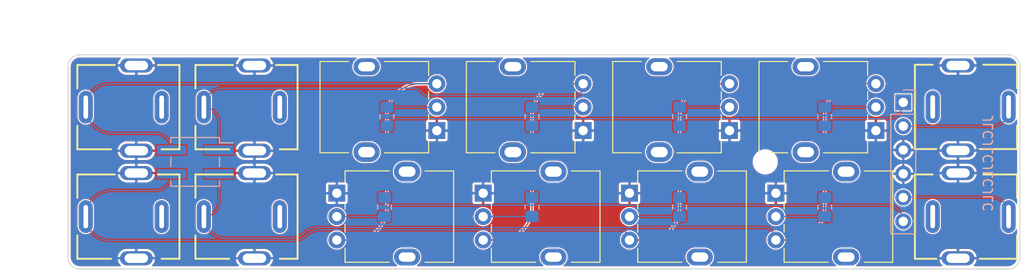
<source format=kicad_pcb>
(kicad_pcb (version 20221018) (generator pcbnew)
  (layers (0 "F.Cu" signal) (31 "B.Cu" signal) (34 "B.Paste" user) (35 "F.Paste" user) (36 "B.SilkS" user "B.Silkscreen") (37 "F.SilkS" user "F.Silkscreen") (38 "B.Mask" user) (39 "F.Mask" user) (44 "Edge.Cuts" user))
  (net 0 "")
  (net 1 "Board_0-Bus A front")
  (net 2 "Board_0-Bus B front")
  (net 3 "Board_0-GND")
  (net 4 "Board_0-In 1")
  (net 5 "Board_0-In 2")
  (net 6 "Board_0-In 3")
  (net 7 "Board_0-In 4")
  (net 8 "Board_0-Net-(R1-Pad1)")
  (net 9 "Board_0-Net-(R2-Pad1)")
  (net 10 "Board_0-Net-(R3-Pad1)")
  (net 11 "Board_0-Net-(R4-Pad1)")
  (net 12 "Board_0-Net-(R5-Pad1)")
  (net 13 "Board_0-Net-(R6-Pad1)")
  (net 14 "Board_0-Net-(R7-Pad1)")
  (net 15 "Board_0-Net-(R8-Pad1)")
  (net 16 "Board_0-Out A front")
  (net 17 "Board_0-Out B front")
  (net 18 "Board_0-unconnected-(J2-PadTN)")
  (net 19 "Board_0-unconnected-(J3-PadTN)")
  (net 20 "Board_0-unconnected-(J4-PadTN)")
  (net 21 "Board_0-unconnected-(J5-PadTN)")
  (net 22 "Board_0-unconnected-(J6-PadTN)")
  (net 23 "Board_0-unconnected-(J7-PadTN)")
  (footprint "MountingHole:MountingHole_2.2mm_M2" (layer "F.Cu") (at 172.122 31.43)
    (fp_text reference "H1" hide)
    (fp_text value "MountingHole" hide)
    (pad "" np_thru_hole circle (at 0 0) (size 2.2 2.2) (drill 2.2) (layers "*.Cu" "*.Mask"))
  )
  (footprint "Pale Slim Ghost:Potentiometer_Alpha_RD901F-40-00D_Single_Vertical" (layer "F.Cu") (at 152.69 28.088 180)
    (fp_text reference "RV3" hide)
    (fp_text value "R_Potentiometer" hide)
    (fp_line (start 0.88 -2.38) (end 5.6 -2.38) (stroke (width 0.12)) (layer "F.SilkS"))
    (fp_line (start 0.88 -1.19) (end 0.88 -2.37) (stroke (width 0.12)) (layer "F.SilkS"))
    (fp_line (start 0.88 1.71) (end 0.88 1.18) (stroke (width 0.12)) (layer "F.SilkS"))
    (fp_line (start 0.88 4.16) (end 0.88 3.33) (stroke (width 0.12)) (layer "F.SilkS"))
    (fp_line (start 0.88 7.37) (end 0.88 5.88) (stroke (width 0.12)) (layer "F.SilkS"))
    (fp_line (start 0.88 7.37) (end 5.6 7.37) (stroke (width 0.12)) (layer "F.SilkS"))
    (fp_line (start 9.41 -2.37) (end 12.47 -2.37) (stroke (width 0.12)) (layer "F.SilkS"))
    (fp_line (start 9.41 7.37) (end 12.47 7.37) (stroke (width 0.12)) (layer "F.SilkS"))
    (fp_line (start 12.47 7.37) (end 12.47 -2.37) (stroke (width 0.12)) (layer "F.SilkS"))
    (pad "" thru_hole oval (at 7.5 -2.3 270) (size 2.1 2.8) (drill oval 1.1 1.8) (layers "*.Cu" "*.Mask"))
    (pad "" thru_hole oval (at 7.5 6.818 270) (size 1.8 2.8) (drill oval 1 1.8) (layers "*.Cu" "*.Mask"))
    (pad "1" thru_hole rect (at 0 0 270) (size 1.8 1.8) (drill 1) (layers "*.Cu" "*.Mask") (net 3 "Board_0-GND"))
    (pad "2" thru_hole circle (at 0 2.5 270) (size 1.8 1.8) (drill 1) (layers "*.Cu" "*.Mask") (net 10 "Board_0-Net-(R3-Pad1)"))
    (pad "3" thru_hole circle (at 0 5 270) (size 1.8 1.8) (drill 1) (layers "*.Cu" "*.Mask") (net 5 "Board_0-In 2"))
  )
  (footprint "Pale Slim Ghost:Jack_3.5mm_QingPu_WQP-PJ301BM_Vertical" (layer "F.Cu") (at 193.296 25.562 -90)
    (fp_text reference "J6" hide)
    (fp_text value "AudioJack2_SwitchT" hide)
    (fp_line (start -4.5 -5.7) (end -4.5 -2.1) (stroke (width 0.2)) (layer "F.SilkS"))
    (fp_line (start -4.5 -5.7) (end -2 -5.7) (stroke (width 0.2)) (layer "F.SilkS"))
    (fp_line (start -4.5 5.2) (end -4.5 3.3) (stroke (width 0.2)) (layer "F.SilkS"))
    (fp_line (start -4.5 5.2) (end 4.5 5.2) (stroke (width 0.2)) (layer "F.SilkS"))
    (fp_line (start 4.5 -5.7) (end 2 -5.7) (stroke (width 0.2)) (layer "F.SilkS"))
    (fp_line (start 4.5 -5.7) (end 4.5 -1.7) (stroke (width 0.2)) (layer "F.SilkS"))
    (fp_line (start 4.5 5.2) (end 4.5 2.9) (stroke (width 0.2)) (layer "F.SilkS"))
    (pad "S" thru_hole oval (at -4.419 0.6) (size 3.5 1.5) (drill oval 2.5 1) (layers "*.Cu" "*.Mask") (net 3 "Board_0-GND"))
    (pad "S" thru_hole oval (at 4.65 0.6) (size 3.5 1.5) (drill oval 2.5 1) (layers "*.Cu" "*.Mask") (net 3 "Board_0-GND"))
    (pad "T" thru_hole oval (at 0 -4.8 270) (size 3.5 1.5) (drill oval 2.5 0.5) (layers "*.Cu" "*.Mask") (net 16 "Board_0-Out A front"))
    (pad "TN" thru_hole oval (at 0 3.3 270) (size 3.5 1.5) (drill oval 2.5 0.5) (layers "*.Cu" "*.Mask") (net 22 "Board_0-unconnected-(J6-PadTN)"))
  )
  (footprint "Pale Slim Ghost:Jack_3.5mm_QingPu_WQP-PJ301BM_Vertical" (layer "F.Cu") (at 104.398 37.272 90)
    (fp_text reference "J4" hide)
    (fp_text value "AudioJack2_SwitchT" hide)
    (fp_line (start -4.5 -5.7) (end -4.5 -2.1) (stroke (width 0.2)) (layer "F.SilkS"))
    (fp_line (start -4.5 -5.7) (end -2 -5.7) (stroke (width 0.2)) (layer "F.SilkS"))
    (fp_line (start -4.5 5.2) (end -4.5 3.3) (stroke (width 0.2)) (layer "F.SilkS"))
    (fp_line (start -4.5 5.2) (end 4.5 5.2) (stroke (width 0.2)) (layer "F.SilkS"))
    (fp_line (start 4.5 -5.7) (end 2 -5.7) (stroke (width 0.2)) (layer "F.SilkS"))
    (fp_line (start 4.5 -5.7) (end 4.5 -1.7) (stroke (width 0.2)) (layer "F.SilkS"))
    (fp_line (start 4.5 5.2) (end 4.5 2.9) (stroke (width 0.2)) (layer "F.SilkS"))
    (pad "S" thru_hole oval (at -4.445 0.6 180) (size 3.5 1.5) (drill oval 2.5 1) (layers "*.Cu" "*.Mask") (net 3 "Board_0-GND"))
    (pad "S" thru_hole oval (at 4.65 0.6 180) (size 3.5 1.5) (drill oval 2.5 1) (layers "*.Cu" "*.Mask") (net 3 "Board_0-GND"))
    (pad "T" thru_hole oval (at 0 -4.8 90) (size 3.5 1.5) (drill oval 2.5 0.5) (layers "*.Cu" "*.Mask") (net 6 "Board_0-In 3"))
    (pad "TN" thru_hole oval (at 0 3.3 90) (size 3.5 1.5) (drill oval 2.5 0.5) (layers "*.Cu" "*.Mask") (net 20 "Board_0-unconnected-(J4-PadTN)"))
  )
  (footprint "Pale Slim Ghost:Potentiometer_Alpha_RD901F-40-00D_Single_Vertical" (layer "F.Cu") (at 142.015 34.772)
    (fp_text reference "RV4" hide)
    (fp_text value "R_Potentiometer" hide)
    (fp_line (start 0.88 -2.38) (end 5.6 -2.38) (stroke (width 0.12)) (layer "F.SilkS"))
    (fp_line (start 0.88 -1.19) (end 0.88 -2.37) (stroke (width 0.12)) (layer "F.SilkS"))
    (fp_line (start 0.88 1.71) (end 0.88 1.18) (stroke (width 0.12)) (layer "F.SilkS"))
    (fp_line (start 0.88 4.16) (end 0.88 3.33) (stroke (width 0.12)) (layer "F.SilkS"))
    (fp_line (start 0.88 7.37) (end 0.88 5.88) (stroke (width 0.12)) (layer "F.SilkS"))
    (fp_line (start 0.88 7.37) (end 5.6 7.37) (stroke (width 0.12)) (layer "F.SilkS"))
    (fp_line (start 9.41 -2.37) (end 12.47 -2.37) (stroke (width 0.12)) (layer "F.SilkS"))
    (fp_line (start 9.41 7.37) (end 12.47 7.37) (stroke (width 0.12)) (layer "F.SilkS"))
    (fp_line (start 12.47 7.37) (end 12.47 -2.37) (stroke (width 0.12)) (layer "F.SilkS"))
    (pad "" thru_hole oval (at 7.5 -2.3 90) (size 2.1 2.8) (drill oval 1.1 1.8) (layers "*.Cu" "*.Mask"))
    (pad "" thru_hole oval (at 7.5 6.818 90) (size 1.8 2.8) (drill oval 1 1.8) (layers "*.Cu" "*.Mask"))
    (pad "1" thru_hole rect (at 0 0 90) (size 1.8 1.8) (drill 1) (layers "*.Cu" "*.Mask") (net 3 "Board_0-GND"))
    (pad "2" thru_hole circle (at 0 2.5 90) (size 1.8 1.8) (drill 1) (layers "*.Cu" "*.Mask") (net 11 "Board_0-Net-(R4-Pad1)"))
    (pad "3" thru_hole circle (at 0 5 90) (size 1.8 1.8) (drill 1) (layers "*.Cu" "*.Mask") (net 5 "Board_0-In 2"))
  )
  (footprint "Pale Slim Ghost:Potentiometer_Alpha_RD901F-40-00D_Single_Vertical" (layer "F.Cu") (at 173.255 34.772)
    (fp_text reference "RV8" hide)
    (fp_text value "R_Potentiometer" hide)
    (fp_line (start 0.88 -2.38) (end 5.6 -2.38) (stroke (width 0.12)) (layer "F.SilkS"))
    (fp_line (start 0.88 -1.19) (end 0.88 -2.37) (stroke (width 0.12)) (layer "F.SilkS"))
    (fp_line (start 0.88 1.71) (end 0.88 1.18) (stroke (width 0.12)) (layer "F.SilkS"))
    (fp_line (start 0.88 4.16) (end 0.88 3.33) (stroke (width 0.12)) (layer "F.SilkS"))
    (fp_line (start 0.88 7.37) (end 0.88 5.88) (stroke (width 0.12)) (layer "F.SilkS"))
    (fp_line (start 0.88 7.37) (end 5.6 7.37) (stroke (width 0.12)) (layer "F.SilkS"))
    (fp_line (start 9.41 -2.37) (end 12.47 -2.37) (stroke (width 0.12)) (layer "F.SilkS"))
    (fp_line (start 9.41 7.37) (end 12.47 7.37) (stroke (width 0.12)) (layer "F.SilkS"))
    (fp_line (start 12.47 7.37) (end 12.47 -2.37) (stroke (width 0.12)) (layer "F.SilkS"))
    (pad "" thru_hole oval (at 7.5 -2.3 90) (size 2.1 2.8) (drill oval 1.1 1.8) (layers "*.Cu" "*.Mask"))
    (pad "" thru_hole oval (at 7.5 6.818 90) (size 1.8 2.8) (drill oval 1 1.8) (layers "*.Cu" "*.Mask"))
    (pad "1" thru_hole rect (at 0 0 90) (size 1.8 1.8) (drill 1) (layers "*.Cu" "*.Mask") (net 3 "Board_0-GND"))
    (pad "2" thru_hole circle (at 0 2.5 90) (size 1.8 1.8) (drill 1) (layers "*.Cu" "*.Mask") (net 15 "Board_0-Net-(R8-Pad1)"))
    (pad "3" thru_hole circle (at 0 5 90) (size 1.8 1.8) (drill 1) (layers "*.Cu" "*.Mask") (net 7 "Board_0-In 4"))
  )
  (footprint "Pale Slim Ghost:Jack_3.5mm_QingPu_WQP-PJ301BM_Vertical" (layer "F.Cu") (at 117.004 37.272 90)
    (fp_text reference "J5" hide)
    (fp_text value "AudioJack2_SwitchT" hide)
    (fp_line (start -4.5 -5.7) (end -4.5 -2.1) (stroke (width 0.2)) (layer "F.SilkS"))
    (fp_line (start -4.5 -5.7) (end -2 -5.7) (stroke (width 0.2)) (layer "F.SilkS"))
    (fp_line (start -4.5 5.2) (end -4.5 3.3) (stroke (width 0.2)) (layer "F.SilkS"))
    (fp_line (start -4.5 5.2) (end 4.5 5.2) (stroke (width 0.2)) (layer "F.SilkS"))
    (fp_line (start 4.5 -5.7) (end 2 -5.7) (stroke (width 0.2)) (layer "F.SilkS"))
    (fp_line (start 4.5 -5.7) (end 4.5 -1.7) (stroke (width 0.2)) (layer "F.SilkS"))
    (fp_line (start 4.5 5.2) (end 4.5 2.9) (stroke (width 0.2)) (layer "F.SilkS"))
    (pad "S" thru_hole oval (at -4.445 0.6 180) (size 3.5 1.5) (drill oval 2.5 1) (layers "*.Cu" "*.Mask") (net 3 "Board_0-GND"))
    (pad "S" thru_hole oval (at 4.65 0.6 180) (size 3.5 1.5) (drill oval 2.5 1) (layers "*.Cu" "*.Mask") (net 3 "Board_0-GND"))
    (pad "T" thru_hole oval (at 0 -4.8 90) (size 3.5 1.5) (drill oval 2.5 0.5) (layers "*.Cu" "*.Mask") (net 7 "Board_0-In 4"))
    (pad "TN" thru_hole oval (at 0 3.3 90) (size 3.5 1.5) (drill oval 2.5 0.5) (layers "*.Cu" "*.Mask") (net 21 "Board_0-unconnected-(J5-PadTN)"))
  )
  (footprint "Pale Slim Ghost:Jack_3.5mm_QingPu_WQP-PJ301BM_Vertical" (layer "F.Cu") (at 104.398 25.588 90)
    (fp_text reference "J2" hide)
    (fp_text value "AudioJack2_SwitchT" hide)
    (fp_line (start -4.5 -5.7) (end -4.5 -2.1) (stroke (width 0.2)) (layer "F.SilkS"))
    (fp_line (start -4.5 -5.7) (end -2 -5.7) (stroke (width 0.2)) (layer "F.SilkS"))
    (fp_line (start -4.5 5.2) (end -4.5 3.3) (stroke (width 0.2)) (layer "F.SilkS"))
    (fp_line (start -4.5 5.2) (end 4.5 5.2) (stroke (width 0.2)) (layer "F.SilkS"))
    (fp_line (start 4.5 -5.7) (end 2 -5.7) (stroke (width 0.2)) (layer "F.SilkS"))
    (fp_line (start 4.5 -5.7) (end 4.5 -1.7) (stroke (width 0.2)) (layer "F.SilkS"))
    (fp_line (start 4.5 5.2) (end 4.5 2.9) (stroke (width 0.2)) (layer "F.SilkS"))
    (pad "S" thru_hole oval (at -4.65 0.6 180) (size 3.5 1.5) (drill oval 2.5 1) (layers "*.Cu" "*.Mask") (net 3 "Board_0-GND"))
    (pad "S" thru_hole oval (at 4.445 0.6 180) (size 3.5 1.5) (drill oval 2.5 1) (layers "*.Cu" "*.Mask") (net 3 "Board_0-GND"))
    (pad "T" thru_hole oval (at 0 -4.8 90) (size 3.5 1.5) (drill oval 2.5 0.5) (layers "*.Cu" "*.Mask") (net 4 "Board_0-In 1"))
    (pad "TN" thru_hole oval (at 0 3.3 90) (size 3.5 1.5) (drill oval 2.5 0.5) (layers "*.Cu" "*.Mask") (net 18 "Board_0-unconnected-(J2-PadTN)"))
  )
  (footprint "Pale Slim Ghost:Potentiometer_Alpha_RD901F-40-00D_Single_Vertical" (layer "F.Cu") (at 168.31 28.088 180)
    (fp_text reference "RV5" hide)
    (fp_text value "R_Potentiometer" hide)
    (fp_line (start 0.88 -2.38) (end 5.6 -2.38) (stroke (width 0.12)) (layer "F.SilkS"))
    (fp_line (start 0.88 -1.19) (end 0.88 -2.37) (stroke (width 0.12)) (layer "F.SilkS"))
    (fp_line (start 0.88 1.71) (end 0.88 1.18) (stroke (width 0.12)) (layer "F.SilkS"))
    (fp_line (start 0.88 4.16) (end 0.88 3.33) (stroke (width 0.12)) (layer "F.SilkS"))
    (fp_line (start 0.88 7.37) (end 0.88 5.88) (stroke (width 0.12)) (layer "F.SilkS"))
    (fp_line (start 0.88 7.37) (end 5.6 7.37) (stroke (width 0.12)) (layer "F.SilkS"))
    (fp_line (start 9.41 -2.37) (end 12.47 -2.37) (stroke (width 0.12)) (layer "F.SilkS"))
    (fp_line (start 9.41 7.37) (end 12.47 7.37) (stroke (width 0.12)) (layer "F.SilkS"))
    (fp_line (start 12.47 7.37) (end 12.47 -2.37) (stroke (width 0.12)) (layer "F.SilkS"))
    (pad "" thru_hole oval (at 7.5 -2.3 270) (size 2.1 2.8) (drill oval 1.1 1.8) (layers "*.Cu" "*.Mask"))
    (pad "" thru_hole oval (at 7.5 6.818 270) (size 1.8 2.8) (drill oval 1 1.8) (layers "*.Cu" "*.Mask"))
    (pad "1" thru_hole rect (at 0 0 270) (size 1.8 1.8) (drill 1) (layers "*.Cu" "*.Mask") (net 3 "Board_0-GND"))
    (pad "2" thru_hole circle (at 0 2.5 270) (size 1.8 1.8) (drill 1) (layers "*.Cu" "*.Mask") (net 12 "Board_0-Net-(R5-Pad1)"))
    (pad "3" thru_hole circle (at 0 5 270) (size 1.8 1.8) (drill 1) (layers "*.Cu" "*.Mask") (net 6 "Board_0-In 3"))
  )
  (footprint "PCM_kikit:Board" (layer "F.Cu") (at 99.986 20)
    (fp_text reference "B_IO")
    (fp_text value "Board")
  )
  (footprint "Pale Slim Ghost:Jack_3.5mm_QingPu_WQP-PJ301BM_Vertical" (layer "F.Cu") (at 193.296 37.272 -90)
    (fp_text reference "J7" hide)
    (fp_text value "AudioJack2_SwitchT" hide)
    (fp_line (start -4.5 -5.7) (end -4.5 -2.1) (stroke (width 0.2)) (layer "F.SilkS"))
    (fp_line (start -4.5 -5.7) (end -2 -5.7) (stroke (width 0.2)) (layer "F.SilkS"))
    (fp_line (start -4.5 5.2) (end -4.5 3.3) (stroke (width 0.2)) (layer "F.SilkS"))
    (fp_line (start -4.5 5.2) (end 4.5 5.2) (stroke (width 0.2)) (layer "F.SilkS"))
    (fp_line (start 4.5 -5.7) (end 2 -5.7) (stroke (width 0.2)) (layer "F.SilkS"))
    (fp_line (start 4.5 -5.7) (end 4.5 -1.7) (stroke (width 0.2)) (layer "F.SilkS"))
    (fp_line (start 4.5 5.2) (end 4.5 2.9) (stroke (width 0.2)) (layer "F.SilkS"))
    (pad "S" thru_hole oval (at -4.65 0.6) (size 3.5 1.5) (drill oval 2.5 1) (layers "*.Cu" "*.Mask") (net 3 "Board_0-GND"))
    (pad "S" thru_hole oval (at 4.445 0.6) (size 3.5 1.5) (drill oval 2.5 1) (layers "*.Cu" "*.Mask") (net 3 "Board_0-GND"))
    (pad "T" thru_hole oval (at 0 -4.8 270) (size 3.5 1.5) (drill oval 2.5 0.5) (layers "*.Cu" "*.Mask") (net 17 "Board_0-Out B front"))
    (pad "TN" thru_hole oval (at 0 3.3 270) (size 3.5 1.5) (drill oval 2.5 0.5) (layers "*.Cu" "*.Mask") (net 23 "Board_0-unconnected-(J7-PadTN)"))
  )
  (footprint "Pale Slim Ghost:Potentiometer_Alpha_RD901F-40-00D_Single_Vertical" (layer "F.Cu") (at 183.93 28.088 180)
    (fp_text reference "RV7" hide)
    (fp_text value "R_Potentiometer" hide)
    (fp_line (start 0.88 -2.38) (end 5.6 -2.38) (stroke (width 0.12)) (layer "F.SilkS"))
    (fp_line (start 0.88 -1.19) (end 0.88 -2.37) (stroke (width 0.12)) (layer "F.SilkS"))
    (fp_line (start 0.88 1.71) (end 0.88 1.18) (stroke (width 0.12)) (layer "F.SilkS"))
    (fp_line (start 0.88 4.16) (end 0.88 3.33) (stroke (width 0.12)) (layer "F.SilkS"))
    (fp_line (start 0.88 7.37) (end 0.88 5.88) (stroke (width 0.12)) (layer "F.SilkS"))
    (fp_line (start 0.88 7.37) (end 5.6 7.37) (stroke (width 0.12)) (layer "F.SilkS"))
    (fp_line (start 9.41 -2.37) (end 12.47 -2.37) (stroke (width 0.12)) (layer "F.SilkS"))
    (fp_line (start 9.41 7.37) (end 12.47 7.37) (stroke (width 0.12)) (layer "F.SilkS"))
    (fp_line (start 12.47 7.37) (end 12.47 -2.37) (stroke (width 0.12)) (layer "F.SilkS"))
    (pad "" thru_hole oval (at 7.5 -2.3 270) (size 2.1 2.8) (drill oval 1.1 1.8) (layers "*.Cu" "*.Mask"))
    (pad "" thru_hole oval (at 7.5 6.818 270) (size 1.8 2.8) (drill oval 1 1.8) (layers "*.Cu" "*.Mask"))
    (pad "1" thru_hole rect (at 0 0 270) (size 1.8 1.8) (drill 1) (layers "*.Cu" "*.Mask") (net 3 "Board_0-GND"))
    (pad "2" thru_hole circle (at 0 2.5 270) (size 1.8 1.8) (drill 1) (layers "*.Cu" "*.Mask") (net 14 "Board_0-Net-(R7-Pad1)"))
    (pad "3" thru_hole circle (at 0 5 270) (size 1.8 1.8) (drill 1) (layers "*.Cu" "*.Mask") (net 7 "Board_0-In 4"))
  )
  (footprint "Pale Slim Ghost:Potentiometer_Alpha_RD901F-40-00D_Single_Vertical" (layer "F.Cu") (at 126.395 34.772)
    (fp_text reference "RV2" hide)
    (fp_text value "R_Potentiometer" hide)
    (fp_line (start 0.88 -2.38) (end 5.6 -2.38) (stroke (width 0.12)) (layer "F.SilkS"))
    (fp_line (start 0.88 -1.19) (end 0.88 -2.37) (stroke (width 0.12)) (layer "F.SilkS"))
    (fp_line (start 0.88 1.71) (end 0.88 1.18) (stroke (width 0.12)) (layer "F.SilkS"))
    (fp_line (start 0.88 4.16) (end 0.88 3.33) (stroke (width 0.12)) (layer "F.SilkS"))
    (fp_line (start 0.88 7.37) (end 0.88 5.88) (stroke (width 0.12)) (layer "F.SilkS"))
    (fp_line (start 0.88 7.37) (end 5.6 7.37) (stroke (width 0.12)) (layer "F.SilkS"))
    (fp_line (start 9.41 -2.37) (end 12.47 -2.37) (stroke (width 0.12)) (layer "F.SilkS"))
    (fp_line (start 9.41 7.37) (end 12.47 7.37) (stroke (width 0.12)) (layer "F.SilkS"))
    (fp_line (start 12.47 7.37) (end 12.47 -2.37) (stroke (width 0.12)) (layer "F.SilkS"))
    (pad "" thru_hole oval (at 7.5 -2.3 90) (size 2.1 2.8) (drill oval 1.1 1.8) (layers "*.Cu" "*.Mask"))
    (pad "" thru_hole oval (at 7.5 6.818 90) (size 1.8 2.8) (drill oval 1 1.8) (layers "*.Cu" "*.Mask"))
    (pad "1" thru_hole rect (at 0 0 90) (size 1.8 1.8) (drill 1) (layers "*.Cu" "*.Mask") (net 3 "Board_0-GND"))
    (pad "2" thru_hole circle (at 0 2.5 90) (size 1.8 1.8) (drill 1) (layers "*.Cu" "*.Mask") (net 9 "Board_0-Net-(R2-Pad1)"))
    (pad "3" thru_hole circle (at 0 5 90) (size 1.8 1.8) (drill 1) (layers "*.Cu" "*.Mask") (net 4 "Board_0-In 1"))
  )
  (footprint "Pale Slim Ghost:Potentiometer_Alpha_RD901F-40-00D_Single_Vertical" (layer "F.Cu") (at 137.07 28.088 180)
    (fp_text reference "RV1" hide)
    (fp_text value "R_Potentiometer" hide)
    (fp_line (start 0.88 -2.38) (end 5.6 -2.38) (stroke (width 0.12)) (layer "F.SilkS"))
    (fp_line (start 0.88 -1.19) (end 0.88 -2.37) (stroke (width 0.12)) (layer "F.SilkS"))
    (fp_line (start 0.88 1.71) (end 0.88 1.18) (stroke (width 0.12)) (layer "F.SilkS"))
    (fp_line (start 0.88 4.16) (end 0.88 3.33) (stroke (width 0.12)) (layer "F.SilkS"))
    (fp_line (start 0.88 7.37) (end 0.88 5.88) (stroke (width 0.12)) (layer "F.SilkS"))
    (fp_line (start 0.88 7.37) (end 5.6 7.37) (stroke (width 0.12)) (layer "F.SilkS"))
    (fp_line (start 9.41 -2.37) (end 12.47 -2.37) (stroke (width 0.12)) (layer "F.SilkS"))
    (fp_line (start 9.41 7.37) (end 12.47 7.37) (stroke (width 0.12)) (layer "F.SilkS"))
    (fp_line (start 12.47 7.37) (end 12.47 -2.37) (stroke (width 0.12)) (layer "F.SilkS"))
    (pad "" thru_hole oval (at 7.5 -2.3 270) (size 2.1 2.8) (drill oval 1.1 1.8) (layers "*.Cu" "*.Mask"))
    (pad "" thru_hole oval (at 7.5 6.818 270) (size 1.8 2.8) (drill oval 1 1.8) (layers "*.Cu" "*.Mask"))
    (pad "1" thru_hole rect (at 0 0 270) (size 1.8 1.8) (drill 1) (layers "*.Cu" "*.Mask") (net 3 "Board_0-GND"))
    (pad "2" thru_hole circle (at 0 2.5 270) (size 1.8 1.8) (drill 1) (layers "*.Cu" "*.Mask") (net 8 "Board_0-Net-(R1-Pad1)"))
    (pad "3" thru_hole circle (at 0 5 270) (size 1.8 1.8) (drill 1) (layers "*.Cu" "*.Mask") (net 4 "Board_0-In 1"))
  )
  (footprint "Pale Slim Ghost:Jack_3.5mm_QingPu_WQP-PJ301BM_Vertical" (layer "F.Cu") (at 117.004 25.588 90)
    (fp_text reference "J3" hide)
    (fp_text value "AudioJack2_SwitchT" hide)
    (fp_line (start -4.5 -5.7) (end -4.5 -2.1) (stroke (width 0.2)) (layer "F.SilkS"))
    (fp_line (start -4.5 -5.7) (end -2 -5.7) (stroke (width 0.2)) (layer "F.SilkS"))
    (fp_line (start -4.5 5.2) (end -4.5 3.3) (stroke (width 0.2)) (layer "F.SilkS"))
    (fp_line (start -4.5 5.2) (end 4.5 5.2) (stroke (width 0.2)) (layer "F.SilkS"))
    (fp_line (start 4.5 -5.7) (end 2 -5.7) (stroke (width 0.2)) (layer "F.SilkS"))
    (fp_line (start 4.5 -5.7) (end 4.5 -1.7) (stroke (width 0.2)) (layer "F.SilkS"))
    (fp_line (start 4.5 5.2) (end 4.5 2.9) (stroke (width 0.2)) (layer "F.SilkS"))
    (pad "S" thru_hole oval (at -4.65 0.6 180) (size 3.5 1.5) (drill oval 2.5 1) (layers "*.Cu" "*.Mask") (net 3 "Board_0-GND"))
    (pad "S" thru_hole oval (at 4.445 0.6 180) (size 3.5 1.5) (drill oval 2.5 1) (layers "*.Cu" "*.Mask") (net 3 "Board_0-GND"))
    (pad "T" thru_hole oval (at 0 -4.8 90) (size 3.5 1.5) (drill oval 2.5 0.5) (layers "*.Cu" "*.Mask") (net 5 "Board_0-In 2"))
    (pad "TN" thru_hole oval (at 0 3.3 90) (size 3.5 1.5) (drill oval 2.5 0.5) (layers "*.Cu" "*.Mask") (net 19 "Board_0-unconnected-(J3-PadTN)"))
  )
  (footprint "Pale Slim Ghost:Potentiometer_Alpha_RD901F-40-00D_Single_Vertical" (layer "F.Cu") (at 157.635 34.772)
    (fp_text reference "RV6" hide)
    (fp_text value "R_Potentiometer" hide)
    (fp_line (start 0.88 -2.38) (end 5.6 -2.38) (stroke (width 0.12)) (layer "F.SilkS"))
    (fp_line (start 0.88 -1.19) (end 0.88 -2.37) (stroke (width 0.12)) (layer "F.SilkS"))
    (fp_line (start 0.88 1.71) (end 0.88 1.18) (stroke (width 0.12)) (layer "F.SilkS"))
    (fp_line (start 0.88 4.16) (end 0.88 3.33) (stroke (width 0.12)) (layer "F.SilkS"))
    (fp_line (start 0.88 7.37) (end 0.88 5.88) (stroke (width 0.12)) (layer "F.SilkS"))
    (fp_line (start 0.88 7.37) (end 5.6 7.37) (stroke (width 0.12)) (layer "F.SilkS"))
    (fp_line (start 9.41 -2.37) (end 12.47 -2.37) (stroke (width 0.12)) (layer "F.SilkS"))
    (fp_line (start 9.41 7.37) (end 12.47 7.37) (stroke (width 0.12)) (layer "F.SilkS"))
    (fp_line (start 12.47 7.37) (end 12.47 -2.37) (stroke (width 0.12)) (layer "F.SilkS"))
    (pad "" thru_hole oval (at 7.5 -2.3 90) (size 2.1 2.8) (drill oval 1.1 1.8) (layers "*.Cu" "*.Mask"))
    (pad "" thru_hole oval (at 7.5 6.818 90) (size 1.8 2.8) (drill oval 1 1.8) (layers "*.Cu" "*.Mask"))
    (pad "1" thru_hole rect (at 0 0 90) (size 1.8 1.8) (drill 1) (layers "*.Cu" "*.Mask") (net 3 "Board_0-GND"))
    (pad "2" thru_hole circle (at 0 2.5 90) (size 1.8 1.8) (drill 1) (layers "*.Cu" "*.Mask") (net 13 "Board_0-Net-(R6-Pad1)"))
    (pad "3" thru_hole circle (at 0 5 90) (size 1.8 1.8) (drill 1) (layers "*.Cu" "*.Mask") (net 6 "Board_0-In 3"))
  )
  (footprint "Resistor_SMD:R_0805_2012Metric_Pad1.20x1.40mm_HandSolder" (layer "B.Cu") (at 131.736 26.604 -90)
    (fp_text reference "R1" hide)
    (fp_text value "100k" hide)
    (fp_line (start -0.227064 -0.735) (end 0.227064 -0.735) (stroke (width 0.12)) (layer "B.SilkS"))
    (fp_line (start -0.227064 0.735) (end 0.227064 0.735) (stroke (width 0.12)) (layer "B.SilkS"))
    (pad "1" smd roundrect (at -1 0 270) (size 1.2 1.4) (layers "B.Cu" "B.Paste" "B.Mask") (roundrect_rratio 0.208333) (net 8 "Board_0-Net-(R1-Pad1)"))
    (pad "2" smd roundrect (at 1 0 270) (size 1.2 1.4) (layers "B.Cu" "B.Paste" "B.Mask") (roundrect_rratio 0.208333) (net 1 "Board_0-Bus A front"))
  )
  (footprint "Resistor_SMD:R_0805_2012Metric_Pad1.20x1.40mm_HandSolder" (layer "B.Cu") (at 178.472 26.604 -90)
    (fp_text reference "R7" hide)
    (fp_text value "100k" hide)
    (fp_line (start -0.227064 -0.735) (end 0.227064 -0.735) (stroke (width 0.12)) (layer "B.SilkS"))
    (fp_line (start -0.227064 0.735) (end 0.227064 0.735) (stroke (width 0.12)) (layer "B.SilkS"))
    (pad "1" smd roundrect (at -1 0 270) (size 1.2 1.4) (layers "B.Cu" "B.Paste" "B.Mask") (roundrect_rratio 0.208333) (net 14 "Board_0-Net-(R7-Pad1)"))
    (pad "2" smd roundrect (at 1 0 270) (size 1.2 1.4) (layers "B.Cu" "B.Paste" "B.Mask") (roundrect_rratio 0.208333) (net 1 "Board_0-Bus A front"))
  )
  (footprint "Resistor_SMD:R_0805_2012Metric_Pad1.20x1.40mm_HandSolder" (layer "B.Cu") (at 162.978 26.604 -90)
    (fp_text reference "R5" hide)
    (fp_text value "100k" hide)
    (fp_line (start -0.227064 -0.735) (end 0.227064 -0.735) (stroke (width 0.12)) (layer "B.SilkS"))
    (fp_line (start -0.227064 0.735) (end 0.227064 0.735) (stroke (width 0.12)) (layer "B.SilkS"))
    (pad "1" smd roundrect (at -1 0 270) (size 1.2 1.4) (layers "B.Cu" "B.Paste" "B.Mask") (roundrect_rratio 0.208333) (net 12 "Board_0-Net-(R5-Pad1)"))
    (pad "2" smd roundrect (at 1 0 270) (size 1.2 1.4) (layers "B.Cu" "B.Paste" "B.Mask") (roundrect_rratio 0.208333) (net 1 "Board_0-Bus A front"))
  )
  (footprint "Connector_PinHeader_2.54mm:PinHeader_1x06_P2.54mm_Vertical" (layer "B.Cu") (at 186.854 25.08 180)
    (fp_text reference "J8" hide)
    (fp_text value "Conn_01x06_Pin")
    (fp_line (start -1.33 -14.03) (end 1.33 -14.03) (stroke (width 0.12)) (layer "B.SilkS"))
    (fp_line (start -1.33 -1.27) (end -1.33 -14.03) (stroke (width 0.12)) (layer "B.SilkS"))
    (fp_line (start -1.33 -1.27) (end 1.33 -1.27) (stroke (width 0.12)) (layer "B.SilkS"))
    (fp_line (start -1.33 0) (end -1.33 1.33) (stroke (width 0.12)) (layer "B.SilkS"))
    (fp_line (start -1.33 1.33) (end 0 1.33) (stroke (width 0.12)) (layer "B.SilkS"))
    (fp_line (start 1.33 -1.27) (end 1.33 -14.03) (stroke (width 0.12)) (layer "B.SilkS"))
    (pad "1" thru_hole rect (at 0 0 180) (size 1.7 1.7) (drill 1) (layers "*.Cu" "*.Mask") (net 1 "Board_0-Bus A front"))
    (pad "2" thru_hole oval (at 0 -2.54 180) (size 1.7 1.7) (drill 1) (layers "*.Cu" "*.Mask") (net 16 "Board_0-Out A front"))
    (pad "3" thru_hole oval (at 0 -5.08 180) (size 1.7 1.7) (drill 1) (layers "*.Cu" "*.Mask") (net 3 "Board_0-GND"))
    (pad "4" thru_hole oval (at 0 -7.62 180) (size 1.7 1.7) (drill 1) (layers "*.Cu" "*.Mask") (net 3 "Board_0-GND"))
    (pad "5" thru_hole oval (at 0 -10.16 180) (size 1.7 1.7) (drill 1) (layers "*.Cu" "*.Mask") (net 17 "Board_0-Out B front"))
    (pad "6" thru_hole oval (at 0 -12.7 180) (size 1.7 1.7) (drill 1) (layers "*.Cu" "*.Mask") (net 2 "Board_0-Bus B front"))
  )
  (footprint "Resistor_SMD:R_0805_2012Metric_Pad1.20x1.40mm_HandSolder" (layer "B.Cu") (at 147.23 26.604 -90)
    (fp_text reference "R3" hide)
    (fp_text value "100k" hide)
    (fp_line (start -0.227064 -0.735) (end 0.227064 -0.735) (stroke (width 0.12)) (layer "B.SilkS"))
    (fp_line (start -0.227064 0.735) (end 0.227064 0.735) (stroke (width 0.12)) (layer "B.SilkS"))
    (pad "1" smd roundrect (at -1 0 270) (size 1.2 1.4) (layers "B.Cu" "B.Paste" "B.Mask") (roundrect_rratio 0.208333) (net 10 "Board_0-Net-(R3-Pad1)"))
    (pad "2" smd roundrect (at 1 0 270) (size 1.2 1.4) (layers "B.Cu" "B.Paste" "B.Mask") (roundrect_rratio 0.208333) (net 1 "Board_0-Bus A front"))
  )
  (footprint "Resistor_SMD:R_0805_2012Metric_Pad1.20x1.40mm_HandSolder" (layer "B.Cu") (at 131.482 36.256 90)
    (fp_text reference "R2" hide)
    (fp_text value "100k" hide)
    (fp_line (start -0.227064 -0.735) (end 0.227064 -0.735) (stroke (width 0.12)) (layer "B.SilkS"))
    (fp_line (start -0.227064 0.735) (end 0.227064 0.735) (stroke (width 0.12)) (layer "B.SilkS"))
    (pad "1" smd roundrect (at -1 0 90) (size 1.2 1.4) (layers "B.Cu" "B.Paste" "B.Mask") (roundrect_rratio 0.208333) (net 9 "Board_0-Net-(R2-Pad1)"))
    (pad "2" smd roundrect (at 1 0 90) (size 1.2 1.4) (layers "B.Cu" "B.Paste" "B.Mask") (roundrect_rratio 0.208333) (net 2 "Board_0-Bus B front"))
  )
  (footprint "Resistor_SMD:R_0805_2012Metric_Pad1.20x1.40mm_HandSolder" (layer "B.Cu") (at 147.23 36.256 90)
    (fp_text reference "R4" hide)
    (fp_text value "100k" hide)
    (fp_line (start -0.227064 -0.735) (end 0.227064 -0.735) (stroke (width 0.12)) (layer "B.SilkS"))
    (fp_line (start -0.227064 0.735) (end 0.227064 0.735) (stroke (width 0.12)) (layer "B.SilkS"))
    (pad "1" smd roundrect (at -1 0 90) (size 1.2 1.4) (layers "B.Cu" "B.Paste" "B.Mask") (roundrect_rratio 0.208333) (net 11 "Board_0-Net-(R4-Pad1)"))
    (pad "2" smd roundrect (at 1 0 90) (size 1.2 1.4) (layers "B.Cu" "B.Paste" "B.Mask") (roundrect_rratio 0.208333) (net 2 "Board_0-Bus B front"))
  )
  (footprint "Connector_PinHeader_2.54mm:PinHeader_2x02_P2.54mm_Vertical_SMD" (layer "B.Cu") (at 111.274 31.43 180)
    (fp_text reference "J12" hide)
    (fp_text value "Conn_01x04_Pin" hide)
    (fp_line (start -4.04 2.03) (end -2.6 2.03) (stroke (width 0.12)) (layer "B.SilkS"))
    (fp_line (start -2.6 -2.6) (end 2.6 -2.6) (stroke (width 0.12)) (layer "B.SilkS"))
    (fp_line (start -2.6 -2.03) (end -2.6 -2.6) (stroke (width 0.12)) (layer "B.SilkS"))
    (fp_line (start -2.6 0.51) (end -2.6 -0.51) (stroke (width 0.12)) (layer "B.SilkS"))
    (fp_line (start -2.6 2.6) (end -2.6 2.03) (stroke (width 0.12)) (layer "B.SilkS"))
    (fp_line (start -2.6 2.6) (end 2.6 2.6) (stroke (width 0.12)) (layer "B.SilkS"))
    (fp_line (start 2.6 -2.03) (end 2.6 -2.6) (stroke (width 0.12)) (layer "B.SilkS"))
    (fp_line (start 2.6 0.51) (end 2.6 -0.51) (stroke (width 0.12)) (layer "B.SilkS"))
    (fp_line (start 2.6 2.6) (end 2.6 2.03) (stroke (width 0.12)) (layer "B.SilkS"))
    (pad "1" smd rect (at -2.525 1.27 180) (size 3.15 1) (layers "B.Cu" "B.Paste" "B.Mask") (net 5 "Board_0-In 2"))
    (pad "2" smd rect (at 2.525 1.27 180) (size 3.15 1) (layers "B.Cu" "B.Paste" "B.Mask") (net 4 "Board_0-In 1"))
    (pad "3" smd rect (at -2.525 -1.27 180) (size 3.15 1) (layers "B.Cu" "B.Paste" "B.Mask") (net 7 "Board_0-In 4"))
    (pad "4" smd rect (at 2.525 -1.27 180) (size 3.15 1) (layers "B.Cu" "B.Paste" "B.Mask") (net 6 "Board_0-In 3"))
  )
  (footprint "Resistor_SMD:R_0805_2012Metric_Pad1.20x1.40mm_HandSolder" (layer "B.Cu") (at 178.472 36.256 90)
    (fp_text reference "R8" hide)
    (fp_text value "100k" hide)
    (fp_line (start -0.227064 -0.735) (end 0.227064 -0.735) (stroke (width 0.12)) (layer "B.SilkS"))
    (fp_line (start -0.227064 0.735) (end 0.227064 0.735) (stroke (width 0.12)) (layer "B.SilkS"))
    (pad "1" smd roundrect (at -1 0 90) (size 1.2 1.4) (layers "B.Cu" "B.Paste" "B.Mask") (roundrect_rratio 0.208333) (net 15 "Board_0-Net-(R8-Pad1)"))
    (pad "2" smd roundrect (at 1 0 90) (size 1.2 1.4) (layers "B.Cu" "B.Paste" "B.Mask") (roundrect_rratio 0.208333) (net 2 "Board_0-Bus B front"))
  )
  (footprint "Resistor_SMD:R_0805_2012Metric_Pad1.20x1.40mm_HandSolder" (layer "B.Cu") (at 162.978 36.256 90)
    (fp_text reference "R6" hide)
    (fp_text value "100k" hide)
    (fp_line (start -0.227064 -0.735) (end 0.227064 -0.735) (stroke (width 0.12)) (layer "B.SilkS"))
    (fp_line (start -0.227064 0.735) (end 0.227064 0.735) (stroke (width 0.12)) (layer "B.SilkS"))
    (pad "1" smd roundrect (at -1 0 90) (size 1.2 1.4) (layers "B.Cu" "B.Paste" "B.Mask") (roundrect_rratio 0.208333) (net 13 "Board_0-Net-(R6-Pad1)"))
    (pad "2" smd roundrect (at 1 0 90) (size 1.2 1.4) (layers "B.Cu" "B.Paste" "B.Mask") (roundrect_rratio 0.208333) (net 2 "Board_0-Bus B front"))
  )
  (gr_line (start 199.298369 21.205675) (end 199.3 21.27) (stroke (width 0.1)) (layer "Edge.Cuts"))
  (gr_arc (start 198.03 20) (mid 198.904987 20.349513) (end 199.298369 21.205675) (stroke (width 0.1)) (layer "Edge.Cuts"))
  (gr_line (start 115.48 20) (end 115.48 20) (stroke (width 0.1)) (layer "Edge.Cuts"))
  (gr_arc (start 97.7 21.27) (mid 98.049513 20.395012) (end 98.905675 20.00163) (stroke (width 0.1)) (layer "Edge.Cuts"))
  (gr_arc (start 98.97 42.86) (mid 98.095012 42.510486) (end 97.70163 41.654324) (stroke (width 0.1)) (layer "Edge.Cuts"))
  (gr_line (start 199.3 21.27) (end 199.3 41.59) (stroke (width 0.1)) (layer "Edge.Cuts"))
  (gr_line (start 97.7 41.59) (end 97.7 21.27) (stroke (width 0.1)) (layer "Edge.Cuts"))
  (gr_line (start 198.094324 42.858369) (end 198.03 42.86) (stroke (width 0.1)) (layer "Edge.Cuts"))
  (gr_line (start 115.48 20) (end 198.03 20) (stroke (width 0.1)) (layer "Edge.Cuts"))
  (gr_line (start 198.03 42.86) (end 98.97 42.86) (stroke (width 0.1)) (layer "Edge.Cuts"))
  (gr_arc (start 199.3 41.59) (mid 198.950486 42.464987) (end 198.094324 42.858369) (stroke (width 0.1)) (layer "Edge.Cuts"))
  (gr_line (start 97.70163 41.654324) (end 97.7 41.59) (stroke (width 0.1)) (layer "Edge.Cuts"))
  (gr_line (start 98.97 20) (end 115.48 20) (stroke (width 0.1)) (layer "Edge.Cuts"))
  (gr_line (start 98.905675 20.00163) (end 98.97 20) (stroke (width 0.1)) (layer "Edge.Cuts"))
  (gr_text "JLCJLCJLCJLC" (at 196.506 26.35 90) (layer "B.SilkS") (effects (font (size 1 1)) (justify left bottom mirror)))
  (segment (start 163.769 26.813) (end 163.994 26.813) (width 0.127) (layer "B.Cu") (net 1))
  (segment (start 132.527 26.813) (end 146.214 26.813) (width 0.127) (layer "B.Cu") (net 1))
  (segment (start 148.246 26.813) (end 163.994 26.813) (width 0.127) (layer "B.Cu") (net 1))
  (segment (start 179.488 26.813) (end 185.121 26.813) (width 0.127) (layer "B.Cu") (net 1))
  (segment (start 146.214 26.813) (end 148.246 26.813) (width 0.127) (layer "B.Cu") (net 1))
  (segment (start 148.021 26.813) (end 148.246 26.813) (width 0.127) (layer "B.Cu") (net 1))
  (segment (start 177.71 26.813) (end 179.488 26.813) (width 0.127) (layer "B.Cu") (net 1))
  (segment (start 163.994 26.813) (end 177.71 26.813) (width 0.127) (layer "B.Cu") (net 1))
  (segment (start 179.263 26.813) (end 179.488 26.813) (width 0.127) (layer "B.Cu") (net 1))
  (arc (start 162.978 27.604) (mid 163.209679 27.044679) (end 163.769 26.813) (width 0.127) (layer "B.Cu") (net 1))
  (arc (start 147.23 27.604) (mid 147.461679 27.044679) (end 148.021 26.813) (width 0.127) (layer "B.Cu") (net 1))
  (arc (start 185.121 26.813) (mid 186.346416 26.305416) (end 186.854 25.08) (width 0.127) (layer "B.Cu") (net 1))
  (arc (start 131.736 27.604) (mid 131.967679 27.044679) (end 132.527 26.813) (width 0.127) (layer "B.Cu") (net 1))
  (arc (start 178.472 27.604) (mid 178.703679 27.044679) (end 179.263 26.813) (width 0.127) (layer "B.Cu") (net 1))
  (segment (start 162.187 36.047) (end 161.962 36.047) (width 0.127) (layer "B.Cu") (net 2))
  (segment (start 146.214 36.047) (end 161.962 36.047) (width 0.127) (layer "B.Cu") (net 2))
  (segment (start 132.273 36.047) (end 146.214 36.047) (width 0.127) (layer "B.Cu") (net 2))
  (segment (start 146.439 36.047) (end 146.214 36.047) (width 0.127) (layer "B.Cu") (net 2))
  (segment (start 177.681 36.047) (end 177.456 36.047) (width 0.127) (layer "B.Cu") (net 2))
  (segment (start 161.962 36.047) (end 163.74 36.047) (width 0.127) (layer "B.Cu") (net 2))
  (segment (start 177.456 36.047) (end 185.121 36.047) (width 0.127) (layer "B.Cu") (net 2))
  (segment (start 163.74 36.047) (end 177.456 36.047) (width 0.127) (layer "B.Cu") (net 2))
  (arc (start 162.978 35.256) (mid 162.746321 35.815321) (end 162.187 36.047) (width 0.127) (layer "B.Cu") (net 2))
  (arc (start 131.482 35.256) (mid 131.713679 35.815321) (end 132.273 36.047) (width 0.127) (layer "B.Cu") (net 2))
  (arc (start 185.121 36.047) (mid 186.346416 36.554584) (end 186.854 37.78) (width 0.127) (layer "B.Cu") (net 2))
  (arc (start 147.23 35.256) (mid 146.998321 35.815321) (end 146.439 36.047) (width 0.127) (layer "B.Cu") (net 2))
  (arc (start 178.472 35.256) (mid 178.240321 35.815321) (end 177.681 36.047) (width 0.127) (layer "B.Cu") (net 2))
  (segment (start 126.395 39.772) (end 128.22 39.772) (width 0.127) (layer "F.Cu") (net 4))
  (segment (start 131.736 36.256) (end 131.736 26.604) (width 0.127) (layer "F.Cu") (net 4))
  (segment (start 135.252 23.088) (end 137.07 23.088) (width 0.127) (layer "F.Cu") (net 4))
  (arc (start 131.736 26.604) (mid 132.765813 24.117813) (end 135.252 23.088) (width 0.127) (layer "F.Cu") (net 4))
  (arc (start 128.22 39.772) (mid 130.706187 38.742187) (end 131.736 36.256) (width 0.127) (layer "F.Cu") (net 4))
  (segment (start 137.07 23.088) (end 102.098 23.088) (width 0.127) (layer "B.Cu") (net 4))
  (segment (start 106.971 28.382) (end 102.392 28.382) (width 0.127) (layer "B.Cu") (net 4))
  (arc (start 108.749 30.16) (mid 108.228236 28.902764) (end 106.971 28.382) (width 0.127) (layer "B.Cu") (net 4))
  (arc (start 102.098 23.088) (mid 100.330233 23.820233) (end 99.598 25.588) (width 0.127) (layer "B.Cu") (net 4))
  (arc (start 102.392 28.382) (mid 100.416344 27.563656) (end 99.598 25.588) (width 0.127) (layer "B.Cu") (net 4))
  (segment (start 142.015 39.772) (end 143.714 39.772) (width 0.127) (layer "F.Cu") (net 5))
  (segment (start 147.23 36.256) (end 147.23 26.604) (width 0.127) (layer "F.Cu") (net 5))
  (segment (start 150.746 23.088) (end 152.69 23.088) (width 0.127) (layer "F.Cu") (net 5))
  (arc (start 143.714 39.772) (mid 146.200187 38.742187) (end 147.23 36.256) (width 0.127) (layer "F.Cu") (net 5))
  (arc (start 147.23 26.604) (mid 148.259813 24.117813) (end 150.746 23.088) (width 0.127) (layer "F.Cu") (net 5))
  (segment (start 135.292 23.81) (end 135.620395 24.138395) (width 0.127) (layer "B.Cu") (net 5))
  (segment (start 114.236 23.556) (end 134.67879 23.556) (width 0.127) (layer "B.Cu") (net 5))
  (segment (start 136.054 24.318) (end 151.802 24.318) (width 0.127) (layer "B.Cu") (net 5))
  (segment (start 152.69 23.43) (end 152.69 23.088) (width 0.127) (layer "B.Cu") (net 5))
  (segment (start 113.799 30.16) (end 113.799 27.183) (width 0.127) (layer "B.Cu") (net 5))
  (arc (start 151.802 24.318) (mid 152.429911 24.057911) (end 152.69 23.43) (width 0.127) (layer "B.Cu") (net 5))
  (arc (start 135.620395 24.138395) (mid 135.819334 24.271322) (end 136.054 24.318) (width 0.127) (layer "B.Cu") (net 5))
  (arc (start 134.67879 23.556) (mid 135.010656 23.622013) (end 135.292 23.81) (width 0.127) (layer "B.Cu") (net 5))
  (arc (start 112.204 25.588) (mid 112.799159 24.151159) (end 114.236 23.556) (width 0.127) (layer "B.Cu") (net 5))
  (arc (start 113.799 27.183) (mid 113.331835 26.055165) (end 112.204 25.588) (width 0.127) (layer "B.Cu") (net 5))
  (segment (start 162.978 36.256) (end 162.978 26.604) (width 0.127) (layer "F.Cu") (net 6))
  (segment (start 166.494 23.088) (end 168.31 23.088) (width 0.127) (layer "F.Cu") (net 6))
  (segment (start 157.635 39.772) (end 159.462 39.772) (width 0.127) (layer "F.Cu") (net 6))
  (arc (start 162.978 26.604) (mid 164.007813 24.117813) (end 166.494 23.088) (width 0.127) (layer "F.Cu") (net 6))
  (arc (start 159.462 39.772) (mid 161.948187 38.742187) (end 162.978 36.256) (width 0.127) (layer "F.Cu") (net 6))
  (segment (start 106.971 34.478) (end 102.392 34.478) (width 0.127) (layer "B.Cu") (net 6))
  (segment (start 102.138 39.812) (end 121.87358 39.812) (width 0.127) (layer "B.Cu") (net 6))
  (segment (start 124.602847 38.6815) (end 156.5445 38.6815) (width 0.127) (layer "B.Cu") (net 6))
  (arc (start 121.87358 39.812) (mid 122.537314 39.679975) (end 123.1 39.304) (width 0.127) (layer "B.Cu") (net 6))
  (arc (start 156.5445 38.6815) (mid 157.3156 39.0009) (end 157.635 39.772) (width 0.127) (layer "B.Cu") (net 6))
  (arc (start 108.749 32.7) (mid 108.228236 33.957236) (end 106.971 34.478) (width 0.127) (layer "B.Cu") (net 6))
  (arc (start 123.1 39.304) (mid 123.789512 38.843283) (end 124.602847 38.6815) (width 0.127) (layer "B.Cu") (net 6))
  (arc (start 99.598 37.272) (mid 100.341949 39.068051) (end 102.138 39.812) (width 0.127) (layer "B.Cu") (net 6))
  (arc (start 102.392 34.478) (mid 100.416344 35.296344) (end 99.598 37.272) (width 0.127) (layer "B.Cu") (net 6))
  (segment (start 182.014 23.062) (end 183.93 23.062) (width 0.127) (layer "F.Cu") (net 7))
  (segment (start 178.472 36.256) (end 178.472 26.604) (width 0.127) (layer "F.Cu") (net 7))
  (segment (start 173.255 39.772) (end 174.956 39.772) (width 0.127) (layer "F.Cu") (net 7))
  (arc (start 174.956 39.772) (mid 177.442187 38.742187) (end 178.472 36.256) (width 0.127) (layer "F.Cu") (net 7))
  (arc (start 178.472 26.604) (mid 179.509428 24.099428) (end 182.014 23.062) (width 0.127) (layer "F.Cu") (net 7))
  (segment (start 171.9105 38.4275) (end 124.348847 38.4275) (width 0.127) (layer "B.Cu") (net 7))
  (segment (start 113.799 32.7) (end 113.799 35.677) (width 0.127) (layer "B.Cu") (net 7))
  (segment (start 121.61958 39.558) (end 114.49 39.558) (width 0.127) (layer "B.Cu") (net 7))
  (arc (start 113.799 35.677) (mid 113.331835 36.804835) (end 112.204 37.272) (width 0.127) (layer "B.Cu") (net 7))
  (arc (start 124.348847 38.4275) (mid 123.535512 38.589282) (end 122.846 39.05) (width 0.127) (layer "B.Cu") (net 7))
  (arc (start 173.255 39.772) (mid 172.861205 38.821295) (end 171.9105 38.4275) (width 0.127) (layer "B.Cu") (net 7))
  (arc (start 122.846 39.05) (mid 122.283313 39.425976) (end 121.61958 39.558) (width 0.127) (layer "B.Cu") (net 7))
  (arc (start 114.49 39.558) (mid 112.873554 38.888446) (end 112.204 37.272) (width 0.127) (layer "B.Cu") (net 7))
  (segment (start 131.736 25.604) (end 137.054 25.604) (width 0.127) (layer "B.Cu") (net 8))
  (arc (start 137.054 25.604) (mid 137.065314 25.599314) (end 137.07 25.588) (width 0.127) (layer "B.Cu") (net 8))
  (segment (start 131.482 37.256) (end 126.411 37.256) (width 0.127) (layer "B.Cu") (net 9))
  (arc (start 126.411 37.256) (mid 126.399686 37.260686) (end 126.395 37.272) (width 0.127) (layer "B.Cu") (net 9))
  (segment (start 147.246 25.588) (end 152.69 25.588) (width 0.127) (layer "B.Cu") (net 10))
  (arc (start 147.23 25.604) (mid 147.234686 25.592686) (end 147.246 25.588) (width 0.127) (layer "B.Cu") (net 10))
  (segment (start 147.23 37.256) (end 142.031 37.256) (width 0.127) (layer "B.Cu") (net 11))
  (arc (start 142.031 37.256) (mid 142.019686 37.260686) (end 142.015 37.272) (width 0.127) (layer "B.Cu") (net 11))
  (segment (start 168.31 25.588) (end 162.994 25.588) (width 0.127) (layer "B.Cu") (net 12))
  (arc (start 162.994 25.588) (mid 162.982686 25.592686) (end 162.978 25.604) (width 0.127) (layer "B.Cu") (net 12))
  (segment (start 157.651 37.256) (end 162.978 37.256) (width 0.127) (layer "B.Cu") (net 13))
  (arc (start 157.635 37.272) (mid 157.639686 37.260686) (end 157.651 37.256) (width 0.127) (layer "B.Cu") (net 13))
  (segment (start 178.472 25.604) (end 183.888 25.604) (width 0.127) (layer "B.Cu") (net 14))
  (arc (start 183.888 25.604) (mid 183.917698 25.591698) (end 183.93 25.562) (width 0.127) (layer "B.Cu") (net 14))
  (segment (start 178.472 37.256) (end 173.271 37.256) (width 0.127) (layer "B.Cu") (net 15))
  (arc (start 173.271 37.256) (mid 173.259686 37.260686) (end 173.255 37.272) (width 0.127) (layer "B.Cu") (net 15))
  (segment (start 187.125 27.637) (end 196.183 27.637) (width 0.127) (layer "B.Cu") (net 16))
  (segment (start 187.108 27.62) (end 187.125 27.637) (width 0.127) (layer "B.Cu") (net 16))
  (arc (start 196.183 27.637) (mid 197.650247 27.029247) (end 198.258 25.562) (width 0.127) (layer "B.Cu") (net 16))
  (segment (start 187.151 35.197) (end 196.183 35.197) (width 0.127) (layer "B.Cu") (net 17))
  (segment (start 187.108 35.24) (end 187.151 35.197) (width 0.127) (layer "B.Cu") (net 17))
  (arc (start 196.183 35.197) (mid 197.650247 35.804753) (end 198.258 37.272) (width 0.127) (layer "B.Cu") (net 17))
  (zone (net 3) (net_name "Board_0-GND") (layers "F&B.Cu") (connect_pads (clearance 0.127)) (min_thickness 0.127) (fill yes (thermal_gap 0.254) (thermal_bridge_width 0.254))
    (polygon (pts (xy 97.7 20) (xy 97.7 42.86) (xy 199.3 42.86) (xy 199.3 20)))
  )
)
</source>
